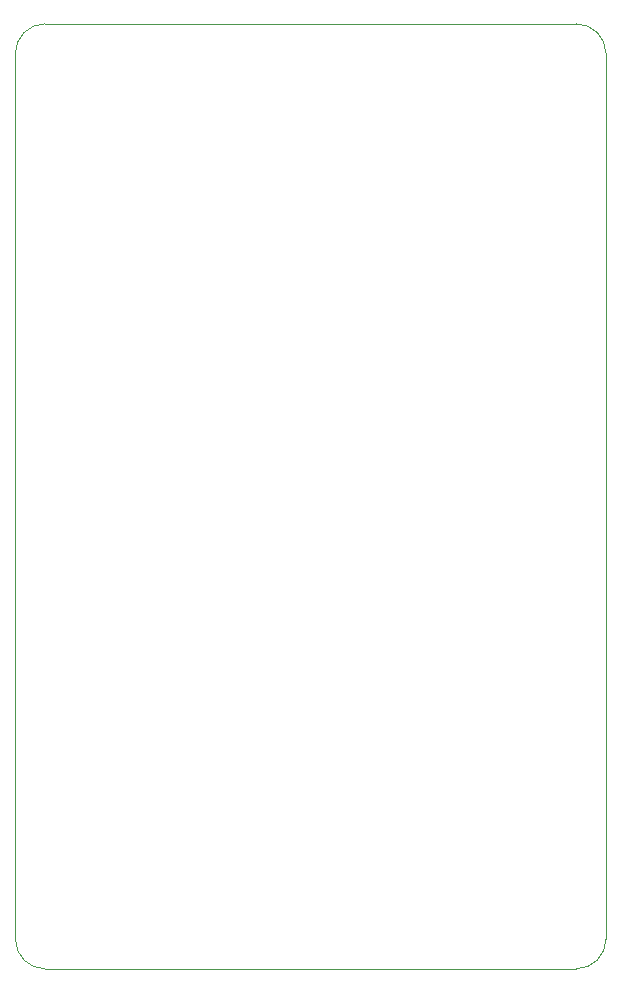
<source format=gm1>
G04 #@! TF.GenerationSoftware,KiCad,Pcbnew,(6.0.8-1)-1*
G04 #@! TF.CreationDate,2023-01-21T16:38:14+01:00*
G04 #@! TF.ProjectId,hog-f1-stupdown-psu,686f672d-6631-42d7-9374-7570646f776e,rev?*
G04 #@! TF.SameCoordinates,Original*
G04 #@! TF.FileFunction,Profile,NP*
%FSLAX46Y46*%
G04 Gerber Fmt 4.6, Leading zero omitted, Abs format (unit mm)*
G04 Created by KiCad (PCBNEW (6.0.8-1)-1) date 2023-01-21 16:38:14*
%MOMM*%
%LPD*%
G01*
G04 APERTURE LIST*
G04 #@! TA.AperFunction,Profile*
%ADD10C,0.100000*%
G04 #@! TD*
G04 APERTURE END LIST*
D10*
X125000000Y-142500000D02*
X170000000Y-142500000D01*
X122500000Y-65000000D02*
X122500000Y-140000000D01*
X122500000Y-140000000D02*
G75*
G03*
X125000000Y-142500000I2500000J0D01*
G01*
X170000000Y-142500000D02*
G75*
G03*
X172500000Y-140000000I0J2500000D01*
G01*
X172500000Y-65000000D02*
G75*
G03*
X170000000Y-62500000I-2500000J0D01*
G01*
X125000000Y-62500000D02*
X170000000Y-62500000D01*
X172500000Y-140000000D02*
X172500000Y-65000000D01*
X125000000Y-62500000D02*
G75*
G03*
X122500000Y-65000000I0J-2500000D01*
G01*
M02*

</source>
